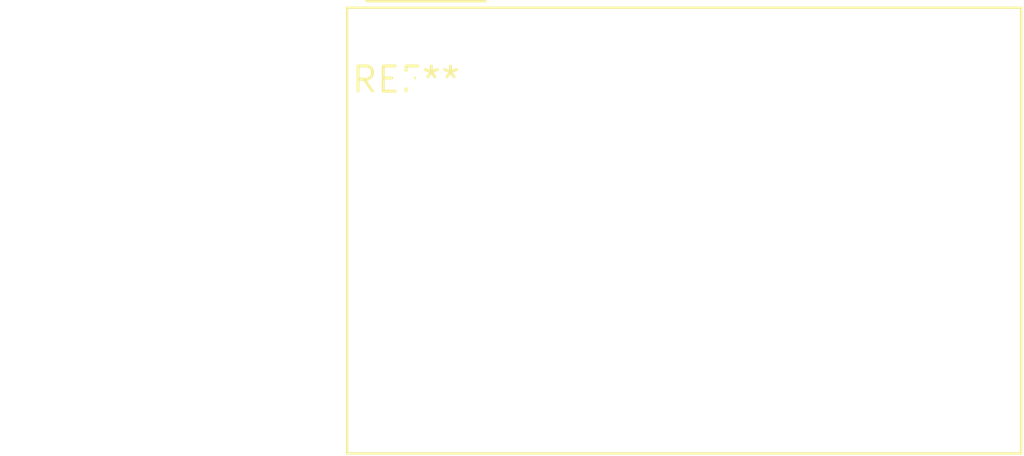
<source format=kicad_pcb>
(kicad_pcb (version 20240108) (generator pcbnew)
  (layers (0 "F.Cu" signal) (31 "B.Cu" signal) (34 "B.Paste" user) (35 "F.Paste" user) (36 "B.SilkS" user "B.Silkscreen") (37 "F.SilkS" user "F.Silkscreen") (38 "B.Mask" user) (39 "F.Mask" user) (44 "Edge.Cuts" user))
  (net 0 "")
  (footprint "Converter_ACDC_MeanWell_IRM-02-xx_THT" (layer "F.Cu") (at 0 0)
    (property "Reference" "REF**")
    (property "Value" "Converter_ACDC_MeanWell_IRM-02-xx_THT")
    (fp_line (start -2.97 -3.62) (end 30.97 -3.62) (layer "F.SilkS") (stroke (width 0.12)))
    (fp_line (start -2.97 18.82) (end -2.97 -3.62) (layer "F.SilkS") (stroke (width 0.12)))
    (fp_line (start -2.97 18.82) (end 30.97 18.82) (layer "F.SilkS") (stroke (width 0.12)))
    (fp_line (start -2 -3.95) (end 4 -3.95) (layer "F.SilkS") (stroke (width 0.12)))
    (fp_line (start 30.97 -3.62) (end 30.97 18.82) (layer "F.SilkS") (stroke (width 0.12)))
    (pad "1" thru_hole rect (at 0 0) (size 2.3 2) (drill 0.8) (layers *.Cu *.Mask) (remove_unused_layers))
    (pad "2" thru_hole circle (at 0 15.2) (size 2.3 2.3) (drill 0.8) (layers *.Cu *.Mask) (remove_unused_layers))
    (pad "3" thru_hole circle (at 28 0) (size 2.3 2.3) (drill 0.76) (layers *.Cu *.Mask) (remove_unused_layers))
    (pad "4" thru_hole circle (at 28 7.6) (size 2.3 2.3) (drill 0.76) (layers *.Cu *.Mask) (remove_unused_layers))
  )
)
</source>
